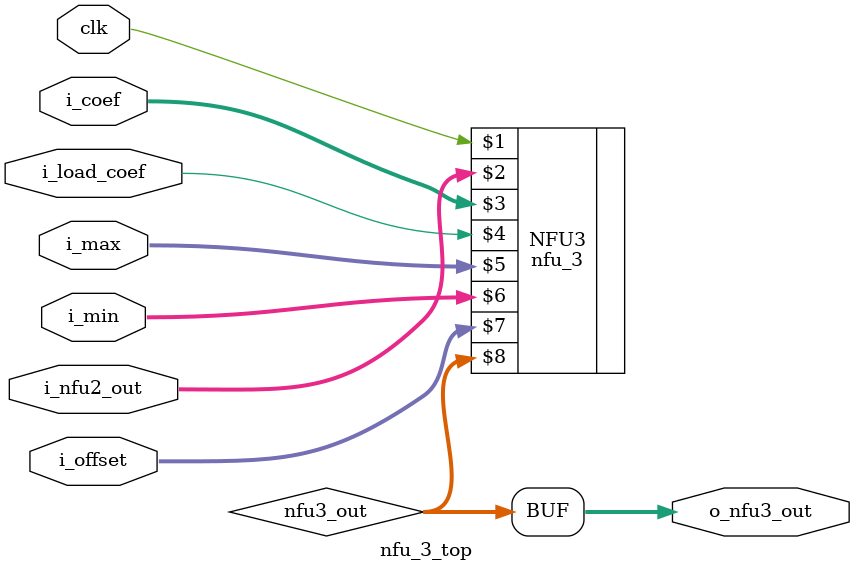
<source format=v>
module nfu_3_top (
        clk,    
        i_nfu2_out,
        i_coef,
        i_load_coef,
        i_max,
        i_min,
        i_offset,
        o_nfu3_out
    );

    parameter N  = 16;
    parameter Tn = 16;
    parameter BIT_IDX = 4;
    
    input                       clk;
    input                       i_load_coef;
    input [((2*N)-1):0]         i_coef;
    
    input [ (Tn*N) - 1 : 0 ]    i_nfu2_out;

    // control signals for rounder
    input [N-1:0]           i_max;
    input [N-1:0]           i_min;
    input [BIT_IDX-1:0]     i_offset;  

    output [ (Tn*N) - 1 : 0 ]   o_nfu3_out;

    /*
    reg                       i_load_coef_reg;
    reg [((2*N)-1):0]         i_coef_reg;
    reg [ (Tn*N) - 1 : 0 ]    i_nfu2_out_reg;
    reg [N-1:0]           i_max_reg;
    reg [N-1:0]           i_min_reg;
    reg [BIT_IDX-1:0]     i_offset_reg;  
    reg [ (Tn*N) - 1 : 0 ]   nfu3_out_reg;
    */

    wire [ (Tn*N) - 1 : 0 ]   nfu3_out;
    
    ////////////////////////////////////////
    //assign o_nfu3_out = nfu3_out_reg;
    assign o_nfu3_out = nfu3_out;
    
    /*
    always @(posedge clk) begin
        i_load_coef_reg     <= i_load_coef;
        i_coef_reg          <= i_coef;
        i_nfu2_out_reg      <= i_nfu2_out;
        i_max_reg           <= i_max;
        i_min_reg           <= i_min;
        i_offset_reg        <= i_offset;
        nfu3_out_reg        <= nfu3_out;
    end

    nfu_3 NFU3(
        clk,    
        i_nfu2_out_reg,
        i_coef_reg,
        i_load_coef_reg,
        i_max_reg,
        i_min_reg,
        i_offset_reg,
        nfu3_out
    );
    */

   nfu_3 NFU3(
        clk,    
        i_nfu2_out,
        i_coef,
        i_load_coef,
        i_max,
        i_min,
        i_offset,
        nfu3_out
    );

endmodule

</source>
